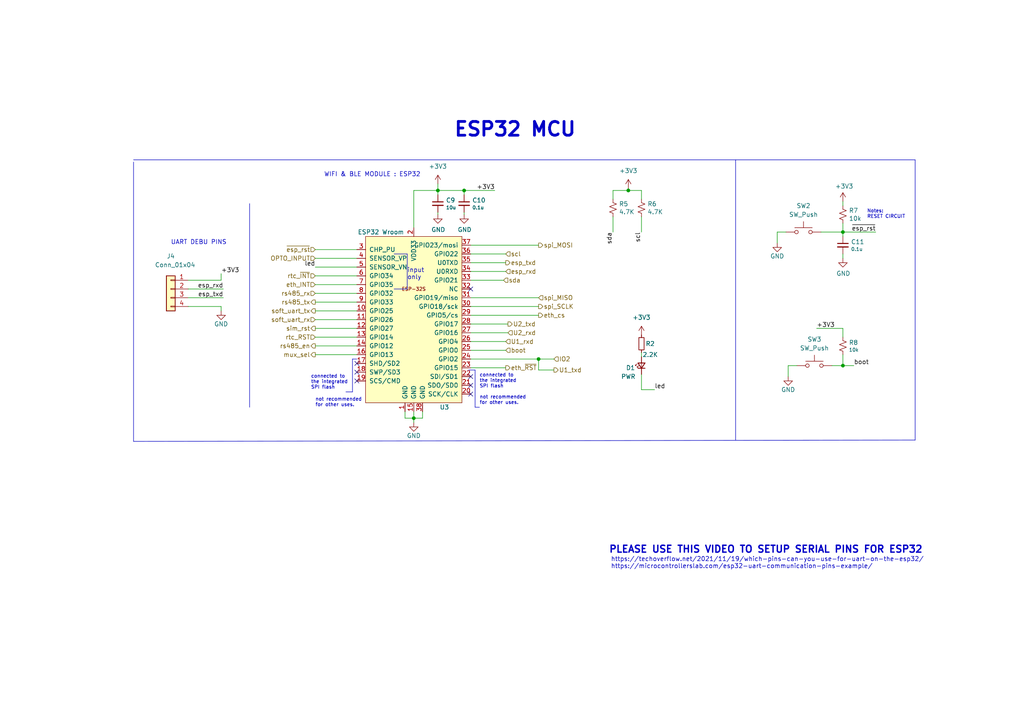
<source format=kicad_sch>
(kicad_sch (version 20230121) (generator eeschema)
  (paper "A4")
  (title_block (title "ELIESTAR") (date "2023-06-20") (rev "2.0") (company "GEVITON") (comment 2 "Reviewed By: Timoty Kyalo") (comment 3 "Designed By: Robert Mutura") (comment 4 "ELIESTAR"))
  (lib_symbols
    (symbol "Connector_Generic:Conn_01x04" (pin_names (offset 1.016) hide)
      (property "Reference" "J" (at 0 5.08 0))
      (property "Value" "Conn_01x04" (at 0 -7.62 0))
      (symbol "Conn_01x04_1_1"
        (rectangle (start -1.27 -4.953) (end 0 -5.207) (stroke (width 0.1524)))
        (rectangle (start -1.27 -2.413) (end 0 -2.667) (stroke (width 0.1524)))
        (rectangle (start -1.27 0.127) (end 0 -0.127) (stroke (width 0.1524)))
        (rectangle (start -1.27 2.667) (end 0 2.413) (stroke (width 0.1524)))
        (rectangle (start -1.27 3.81) (end 1.27 -6.35) (stroke (width 0.254)) (fill (type background)))
        (pin passive line (at -5.08 2.54 0) (length 3.81) (name "Pin_1") (number "1"))
        (pin passive line (at -5.08 0 0) (length 3.81) (name "Pin_2") (number "2"))
        (pin passive line (at -5.08 -2.54 0) (length 3.81) (name "Pin_3") (number "3"))
        (pin passive line (at -5.08 -5.08 0) (length 3.81) (name "Pin_4") (number "4"))
      )
    )
    (symbol "Device:C_Small" (pin_numbers hide) (pin_names (offset 0.254) hide)
      (property "Reference" "C" (at 0.254 1.778 0))
      (property "Value" "C_Small" (at 0.254 -2.032 0))
      (symbol "C_Small_0_1"
        (polyline (pts (xy -1.524 -0.508) (xy 1.524 -0.508)) (stroke (width 0.3302)))
        (polyline (pts (xy -1.524 0.508) (xy 1.524 0.508)) (stroke (width 0.3048)))
      )
      (symbol "C_Small_1_1"
        (pin passive line (at 0 2.54 270) (length 2.032) (name "~") (number "1"))
        (pin passive line (at 0 -2.54 90) (length 2.032) (name "~") (number "2"))
      )
    )
    (symbol "Device:LED_Small" (pin_numbers hide) (pin_names (offset 0.254) hide)
      (property "Reference" "D" (at -1.27 3.175 0))
      (property "Value" "LED_Small" (at -4.445 -2.54 0))
      (symbol "LED_Small_0_1"
        (polyline (pts (xy -0.762 -1.016) (xy -0.762 1.016)) (stroke (width 0.254)))
        (polyline (pts (xy 1.016 0) (xy -0.762 0)))
        (polyline (pts (xy 0.762 -1.016) (xy -0.762 0) (xy 0.762 1.016) (xy 0.762 -1.016)) (stroke (width 0.254)))
        (polyline (pts (xy 0 0.762) (xy -0.508 1.27) (xy -0.254 1.27) (xy -0.508 1.27) (xy -0.508 1.016)))
        (polyline (pts (xy 0.508 1.27) (xy 0 1.778) (xy 0.254 1.778) (xy 0 1.778) (xy 0 1.524)))
      )
      (symbol "LED_Small_1_1"
        (pin passive line (at -2.54 0 0) (length 1.778) (name "K") (number "1"))
        (pin passive line (at 2.54 0 180) (length 1.778) (name "A") (number "2"))
      )
    )
    (symbol "Device:R_Small" (pin_numbers hide) (pin_names (offset 0.254) hide)
      (property "Reference" "R" (at 0.762 0.508 0))
      (property "Value" "R_Small" (at 0.762 -1.016 0))
      (symbol "R_Small_0_1"
        (rectangle (start -0.762 1.778) (end 0.762 -1.778) (stroke (width 0.2032)))
      )
      (symbol "R_Small_1_1"
        (pin passive line (at 0 2.54 270) (length 0.762) (name "~") (number "1"))
        (pin passive line (at 0 -2.54 90) (length 0.762) (name "~") (number "2"))
      )
    )
    (symbol "Device:R_Small_US" (pin_numbers hide) (pin_names (offset 0.254) hide)
      (property "Reference" "R" (at 0.762 0.508 0))
      (property "Value" "R_Small_US" (at 0.762 -1.016 0))
      (symbol "R_Small_US_1_1"
        (polyline (pts (xy 0 0) (xy 1.016 -0.381) (xy 0 -0.762) (xy -1.016 -1.143) (xy 0 -1.524)))
        (polyline (pts (xy 0 1.524) (xy 1.016 1.143) (xy 0 0.762) (xy -1.016 0.381) (xy 0 0)))
        (pin passive line (at 0 2.54 270) (length 1.016) (name "~") (number "1"))
        (pin passive line (at 0 -2.54 90) (length 1.016) (name "~") (number "2"))
      )
    )
    (symbol "Switch:SW_Push" (pin_numbers hide) (pin_names (offset 1.016) hide)
      (property "Reference" "SW" (at 1.27 2.54 0))
      (property "Value" "SW_Push" (at 0 -1.524 0))
      (symbol "SW_Push_0_1"
        (circle (center -2.032 0) (radius 0.508))
        (polyline (pts (xy 0 1.27) (xy 0 3.048)))
        (polyline (pts (xy 2.54 1.27) (xy -2.54 1.27)))
        (circle (center 2.032 0) (radius 0.508))
        (pin passive line (at -5.08 0 0) (length 2.54) (name "1") (number "1"))
        (pin passive line (at 5.08 0 180) (length 2.54) (name "2") (number "2"))
      )
    )
    (symbol "fridgeduino-rescue:+3V3-power" (power) (pin_names (offset 0))
      (property "Value" "+3V3-power" (at 0 3.556 0))
      (symbol "+3V3-power_0_1"
        (polyline (pts (xy -0.762 1.27) (xy 0 2.54)))
        (polyline (pts (xy 0 0) (xy 0 2.54)))
        (polyline (pts (xy 0 2.54) (xy 0.762 1.27)))
      )
      (symbol "+3V3-power_1_1"
        (pin power_in line (at 0 0 90) (length 0) hide (name "+3V3") (number "1"))
      )
    )
    (symbol "fridgeduino-rescue:R_Small_US-Device" (pin_numbers hide) (pin_names (offset 0.254) hide)
      (property "Reference" "R" (at 0.762 0.508 0))
      (property "Value" "R_Small_US-Device" (at 0.762 -1.016 0))
      (symbol "R_Small_US-Device_1_1"
        (polyline (pts (xy 0 0) (xy 1.016 -0.381) (xy 0 -0.762) (xy -1.016 -1.143) (xy 0 -1.524)))
        (polyline (pts (xy 0 1.524) (xy 1.016 1.143) (xy 0 0.762) (xy -1.016 0.381) (xy 0 0)))
        (pin passive line (at 0 2.54 270) (length 1.016) (name "~") (number "1"))
        (pin passive line (at 0 -2.54 90) (length 1.016) (name "~") (number "2"))
      )
    )
    (symbol "power:+3V3" (power) (pin_names (offset 0))
      (property "Value" "+3V3" (at 0 3.556 0))
      (symbol "+3V3_0_1"
        (polyline (pts (xy -0.762 1.27) (xy 0 2.54)))
        (polyline (pts (xy 0 0) (xy 0 2.54)))
        (polyline (pts (xy 0 2.54) (xy 0.762 1.27)))
      )
      (symbol "+3V3_1_1"
        (pin power_in line (at 0 0 90) (length 0) hide (name "+3V3") (number "1"))
      )
    )
    (symbol "power:GND" (power) (pin_names (offset 0))
      (property "Value" "GND" (at 0 -3.81 0))
      (symbol "GND_0_1"
        (polyline (pts (xy 0 0) (xy 0 -1.27) (xy 1.27 -1.27) (xy 0 -2.54) (xy -1.27 -1.27) (xy 0 -1.27)))
      )
      (symbol "GND_1_1"
        (pin power_in line (at 0 0 270) (length 0) hide (name "GND") (number "1"))
      )
    )
    (symbol "usb_evda_hubX_v06-rescue:ESP-32S-GCL_Integrated-Circuits" (pin_names (offset 1.016))
      (property "Reference" "U" (at -10.16 16.51 0))
      (property "Value" "ESP-32S-GCL_Integrated-Circuits" (at -10.16 19.05 0))
      (symbol "ESP-32S-GCL_Integrated-Circuits_0_0"
        (text "ESP-32S" (at 0 0 0) (effects (font (size 0.9906 0.9906))))
      )
      (symbol "ESP-32S-GCL_Integrated-Circuits_0_1"
        (rectangle (start -13.97 15.24) (end 13.97 -33.02) (fill (type background)))
      )
      (symbol "ESP-32S-GCL_Integrated-Circuits_1_1"
        (pin input line (at -2.54 -35.56 90) (length 2.54) (name "GND") (number "1"))
        (pin input line (at -16.51 -6.35 0) (length 2.54) (name "GPIO25") (number "10"))
        (pin input line (at -16.51 -8.89 0) (length 2.54) (name "GPIO26") (number "11"))
        (pin input line (at -16.51 -11.43 0) (length 2.54) (name "GPIO27") (number "12"))
        (pin input line (at -16.51 -13.97 0) (length 2.54) (name "GPIO14") (number "13"))
        (pin input line (at -16.51 -16.51 0) (length 2.54) (name "GPIO12") (number "14"))
        (pin input line (at 0 -35.56 90) (length 2.54) (name "GND") (number "15"))
        (pin input line (at -16.51 -19.05 0) (length 2.54) (name "GPIO13") (number "16"))
        (pin input line (at -16.51 -21.59 0) (length 2.54) (name "SHD/SD2") (number "17"))
        (pin input line (at -16.51 -24.13 0) (length 2.54) (name "SWP/SD3") (number "18"))
        (pin input line (at -16.51 -26.67 0) (length 2.54) (name "SCS/CMD") (number "19"))
        (pin input line (at 0 17.78 270) (length 2.54) (name "VDD33") (number "2"))
        (pin input line (at 16.51 -30.48 180) (length 2.54) (name "SCK/CLK") (number "20"))
        (pin input line (at 16.51 -27.94 180) (length 2.54) (name "SDO/SD0") (number "21"))
        (pin input line (at 16.51 -25.4 180) (length 2.54) (name "SDI/SD1") (number "22"))
        (pin input line (at 16.51 -22.86 180) (length 2.54) (name "GPIO15") (number "23"))
        (pin input line (at 16.51 -20.32 180) (length 2.54) (name "GPIO2") (number "24"))
        (pin input line (at 16.51 -17.78 180) (length 2.54) (name "GPIO0") (number "25"))
        (pin input line (at 16.51 -15.24 180) (length 2.54) (name "GPIO4") (number "26"))
        (pin input line (at 16.51 -12.7 180) (length 2.54) (name "GPIO16") (number "27"))
        (pin input line (at 16.51 -10.16 180) (length 2.54) (name "GPIO17") (number "28"))
        (pin input line (at 16.51 -7.62 180) (length 2.54) (name "GPIO5/cs") (number "29"))
        (pin input line (at -16.51 11.43 0) (length 2.54) (name "CHP_PU") (number "3"))
        (pin input line (at 16.51 -5.08 180) (length 2.54) (name "GPIO18/sck") (number "30"))
        (pin input line (at 16.51 -2.54 180) (length 2.54) (name "GPIO19/miso") (number "31"))
        (pin input line (at 16.51 0 180) (length 2.54) (name "NC") (number "32"))
        (pin input line (at 16.51 2.54 180) (length 2.54) (name "GPIO21") (number "33"))
        (pin input line (at 16.51 5.08 180) (length 2.54) (name "U0RXD") (number "34"))
        (pin input line (at 16.51 7.62 180) (length 2.54) (name "U0TXD") (number "35"))
        (pin input line (at 16.51 10.16 180) (length 2.54) (name "GPIO22") (number "36"))
        (pin input line (at 16.51 12.7 180) (length 2.54) (name "GPIO23/mosi") (number "37"))
        (pin input line (at 2.54 -35.56 90) (length 2.54) (name "GND") (number "38"))
        (pin input line (at 2.54 -35.56 90) (length 2.54) hide (name "GND") (number "39"))
        (pin input line (at -16.51 8.89 0) (length 2.54) (name "SENSOR_VP") (number "4"))
        (pin input line (at -16.51 6.35 0) (length 2.54) (name "SENSOR_VN") (number "5"))
        (pin input line (at -16.51 3.81 0) (length 2.54) (name "GPIO34") (number "6"))
        (pin input line (at -16.51 1.27 0) (length 2.54) (name "GPIO35") (number "7"))
        (pin input line (at -16.51 -1.27 0) (length 2.54) (name "GPIO32") (number "8"))
        (pin input line (at -16.51 -3.81 0) (length 2.54) (name "GPIO33") (number "9"))
      )
    )
  )
  (junction (at 182.245 55.245))
  (junction (at 134.62 55.245))
  (junction (at 244.475 106.045))
  (junction (at 120.015 121.285))
  (junction (at 156.21 104.14))
  (junction (at 127 55.245))
  (junction (at 244.475 67.31))
  (no_connect (at 103.505 105.41))
  (no_connect (at 136.525 111.76))
  (no_connect (at 103.505 107.95))
  (no_connect (at 136.525 109.22))
  (no_connect (at 103.505 110.49))
  (no_connect (at 136.525 83.82))
  (no_connect (at 136.525 114.3))
  (wire (pts (xy 120.015 121.285) (xy 122.555 121.285)))
  (wire (pts (xy 136.525 99.06) (xy 146.685 99.06)))
  (wire (pts (xy 156.21 104.14) (xy 156.21 107.315)))
  (wire (pts (xy 136.525 101.6) (xy 146.685 101.6)))
  (wire (pts (xy 91.44 92.71) (xy 103.505 92.71)))
  (wire (pts (xy 91.44 74.93) (xy 103.505 74.93)))
  (wire (pts (xy 91.44 95.25) (xy 103.505 95.25)))
  (wire (pts (xy 136.525 88.9) (xy 156.21 88.9)))
  (wire (pts (xy 228.6 106.045) (xy 228.6 109.22)))
  (wire (pts (xy 244.475 74.93) (xy 244.475 73.66)))
  (polyline (pts (xy 265.43 127.635) (xy 265.43 46.355)))
  (wire (pts (xy 136.525 78.74) (xy 146.685 78.74)))
  (wire (pts (xy 120.015 66.04) (xy 120.015 55.245)))
  (wire (pts (xy 64.135 90.17) (xy 64.135 88.9)))
  (wire (pts (xy 120.015 55.245) (xy 127 55.245)))
  (polyline (pts (xy 38.735 46.99) (xy 38.735 128.016)))
  (polyline (pts (xy 137.795 118.11) (xy 139.065 118.11)))
  (wire (pts (xy 136.525 76.2) (xy 146.685 76.2)))
  (wire (pts (xy 177.8 67.31) (xy 177.8 62.865)))
  (wire (pts (xy 122.555 119.38) (xy 122.555 121.285)))
  (wire (pts (xy 54.61 86.36) (xy 64.77 86.36)))
  (polyline (pts (xy 103.505 104.14) (xy 102.235 104.14)))
  (polyline (pts (xy 100.33 113.665) (xy 102.235 113.665)))
  (polyline (pts (xy 265.43 46.355) (xy 38.735 46.355)))
  (polyline (pts (xy 135.89 107.315) (xy 137.795 107.315)))
  (wire (pts (xy 91.44 80.01) (xy 103.505 80.01)))
  (wire (pts (xy 136.525 71.12) (xy 156.21 71.12)))
  (wire (pts (xy 227.965 67.31) (xy 225.425 67.31)))
  (wire (pts (xy 244.475 67.31) (xy 254 67.31)))
  (wire (pts (xy 127 55.245) (xy 134.62 55.245)))
  (wire (pts (xy 91.44 90.17) (xy 103.505 90.17)))
  (wire (pts (xy 186.055 67.31) (xy 186.055 62.865)))
  (wire (pts (xy 54.61 83.82) (xy 64.77 83.82)))
  (wire (pts (xy 236.855 95.25) (xy 244.475 95.25)))
  (wire (pts (xy 186.055 108.585) (xy 186.055 113.03)))
  (wire (pts (xy 136.525 86.36) (xy 156.21 86.36)))
  (wire (pts (xy 127 55.245) (xy 127 56.515)))
  (wire (pts (xy 136.525 106.68) (xy 146.685 106.68)))
  (wire (pts (xy 103.505 72.39) (xy 91.44 72.39)))
  (wire (pts (xy 186.055 57.785) (xy 186.055 55.245)))
  (wire (pts (xy 136.525 96.52) (xy 147.32 96.52)))
  (wire (pts (xy 117.475 119.38) (xy 117.475 121.285)))
  (wire (pts (xy 244.475 64.77) (xy 244.475 67.31)))
  (wire (pts (xy 244.475 102.87) (xy 244.475 106.045)))
  (polyline (pts (xy 102.235 104.14) (xy 102.235 113.665)))
  (wire (pts (xy 244.475 95.25) (xy 244.475 97.79)))
  (wire (pts (xy 177.8 55.245) (xy 177.8 57.785)))
  (wire (pts (xy 136.525 104.14) (xy 156.21 104.14)))
  (wire (pts (xy 231.14 106.045) (xy 228.6 106.045)))
  (wire (pts (xy 127 53.34) (xy 127 55.245)))
  (wire (pts (xy 91.44 85.09) (xy 103.505 85.09)))
  (polyline (pts (xy 213.36 46.355) (xy 213.36 127.635)))
  (wire (pts (xy 64.135 88.9) (xy 54.61 88.9)))
  (wire (pts (xy 91.44 97.79) (xy 103.505 97.79)))
  (wire (pts (xy 136.525 73.66) (xy 146.685 73.66)))
  (polyline (pts (xy 137.795 107.315) (xy 137.795 118.11)))
  (wire (pts (xy 244.475 68.58) (xy 244.475 67.31)))
  (wire (pts (xy 91.44 100.33) (xy 103.505 100.33)))
  (wire (pts (xy 134.62 55.245) (xy 134.62 56.515)))
  (wire (pts (xy 54.61 81.28) (xy 64.135 81.28)))
  (wire (pts (xy 241.3 106.045) (xy 244.475 106.045)))
  (wire (pts (xy 186.055 113.03) (xy 189.865 113.03)))
  (wire (pts (xy 117.475 121.285) (xy 120.015 121.285)))
  (wire (pts (xy 156.21 104.14) (xy 160.655 104.14)))
  (wire (pts (xy 91.44 102.87) (xy 103.505 102.87)))
  (wire (pts (xy 238.125 67.31) (xy 244.475 67.31)))
  (wire (pts (xy 120.015 119.38) (xy 120.015 121.285)))
  (wire (pts (xy 91.44 77.47) (xy 103.505 77.47)))
  (wire (pts (xy 136.525 93.98) (xy 147.32 93.98)))
  (polyline (pts (xy 118.11 73.66) (xy 118.11 83.82)))
  (wire (pts (xy 156.21 107.315) (xy 160.655 107.315)))
  (polyline (pts (xy 72.39 59.055) (xy 72.39 118.11)))
  (wire (pts (xy 120.015 121.285) (xy 120.015 122.555)))
  (wire (pts (xy 134.62 55.245) (xy 143.51 55.245)))
  (polyline (pts (xy 114.3 83.82) (xy 118.11 83.82)))
  (wire (pts (xy 136.525 91.44) (xy 156.21 91.44)))
  (polyline (pts (xy 38.735 128.016) (xy 265.43 127.635)))
  (wire (pts (xy 127 62.23) (xy 127 61.595)))
  (wire (pts (xy 186.055 55.245) (xy 182.245 55.245)))
  (wire (pts (xy 182.245 54.61) (xy 182.245 55.245)))
  (polyline (pts (xy 114.3 73.66) (xy 118.11 73.66)))
  (wire (pts (xy 91.44 82.55) (xy 103.505 82.55)))
  (wire (pts (xy 244.475 59.69) (xy 244.475 58.42)))
  (wire (pts (xy 244.475 106.045) (xy 247.65 106.045)))
  (wire (pts (xy 186.055 102.235) (xy 186.055 103.505)))
  (wire (pts (xy 64.135 79.375) (xy 64.135 81.28)))
  (wire (pts (xy 225.425 67.31) (xy 225.425 70.485)))
  (wire (pts (xy 136.525 81.28) (xy 146.05 81.28)))
  (wire (pts (xy 91.44 87.63) (xy 103.505 87.63)))
  (wire (pts (xy 182.245 55.245) (xy 177.8 55.245)))
  (wire (pts (xy 134.62 61.595) (xy 134.62 62.23)))
  (text "connected to \nthe integrated\nSPI flash" (at 90.17 113.03 0) (effects (font (size 0.9906 0.9906)) (justify left bottom)))
  (text "connected to \nthe integrated \nSPI flash \n\nnot recommended \nfor other uses." (at 139.065 117.475 0) (effects (font (size 0.9906 0.9906)) (justify left bottom)))
  (text "Notes:\nRESET CIRCUIT" (at 251.46 63.5 0) (effects (font (size 0.9906 0.9906)) (justify left bottom)))
  (text "WIFI & BLE MODULE : ESP32" (at 93.98 51.435 0) (effects (font (size 1.27 1.27)) (justify left bottom)))
  (text "not recommended \nfor other uses.\n" (at 91.44 118.11 0) (effects (font (size 0.9906 0.9906)) (justify left bottom)))
  (text "UART DEBU PINS" (at 49.53 71.12 0) (effects (font (size 1.27 1.27)) (justify left bottom)))
  (text "input\nonly" (at 118.11 81.28 0) (effects (font (size 1.27 1.27)) (justify left bottom)))
  (text "https://techoverflow.net/2021/11/19/which-pins-can-you-use-for-uart-on-the-esp32/\nhttps://microcontrollerslab.com/esp32-uart-communication-pins-example/" (at 177.165 165.1 0) (effects (font (size 1.27 1.27)) (justify left bottom)))
  (text "ESP32 MCU " (at 131.445 40.005 0) (effects (font (size 4 4) bold) (justify left bottom)))
  (text "PLEASE USE THIS VIDEO TO SETUP SERIAL PINS FOR ESP32" (at 176.53 160.655 0) (effects (font (size 2 2) (thickness 0.4) bold) (justify left bottom)))
  (label "led" (at 91.44 77.47 180))
  (label "+3V3" (at 236.855 95.25 0))
  (label "+3V3" (at 143.51 55.245 180))
  (label "scl" (at 186.055 67.31 270))
  (label "led" (at 189.865 113.03 0))
  (label "+3V3" (at 64.135 79.375 0))
  (label "sda" (at 177.8 67.31 270))
  (label "esp_txd" (at 64.77 86.36 180))
  (label "esp_rxd" (at 64.77 83.82 180))
  (label "~{esp_rst}" (at 254 67.31 180))
  (label "boot" (at 247.65 106.045 0))
  (hierarchical_label "U1_rxd" (shape input) (at 146.685 99.06 0))
  (hierarchical_label "OPTO_INPUT" (shape input) (at 91.44 74.93 180))
  (hierarchical_label "spi_MOSI" (shape output) (at 156.21 71.12 0))
  (hierarchical_label "U2_txd" (shape output) (at 147.32 93.98 0))
  (hierarchical_label "scl" (shape input) (at 146.685 73.66 0))
  (hierarchical_label "rtc_~{INT}" (shape input) (at 91.44 80.01 180))
  (hierarchical_label "IO2" (shape input) (at 160.655 104.14 0))
  (hierarchical_label "sim_rst" (shape output) (at 91.44 95.25 180))
  (hierarchical_label "sda" (shape input) (at 146.05 81.28 0))
  (hierarchical_label "eth_INT" (shape input) (at 91.44 82.55 180))
  (hierarchical_label "U1_txd" (shape output) (at 160.655 107.315 0))
  (hierarchical_label "rs485_tx" (shape output) (at 91.44 87.63 180))
  (hierarchical_label "soft_uart_rx" (shape input) (at 91.44 92.71 180))
  (hierarchical_label "U2_rxd" (shape input) (at 147.32 96.52 0))
  (hierarchical_label "spi_MISO" (shape input) (at 156.21 86.36 0))
  (hierarchical_label "esp_rxd" (shape input) (at 146.685 78.74 0))
  (hierarchical_label "eth_~{RST}" (shape output) (at 146.685 106.68 0))
  (hierarchical_label "soft_uart_tx" (shape output) (at 91.44 90.17 180))
  (hierarchical_label "mux_sel" (shape output) (at 91.44 102.87 180))
  (hierarchical_label "rs485_en" (shape output) (at 91.44 100.33 180))
  (hierarchical_label "eth_cs" (shape output) (at 156.21 91.44 0))
  (hierarchical_label "~{esp_rst}" (shape input) (at 91.44 72.39 180))
  (hierarchical_label "esp_txd" (shape output) (at 146.685 76.2 0))
  (hierarchical_label "boot" (shape input) (at 146.685 101.6 0))
  (hierarchical_label "spi_SCLK" (shape output) (at 156.21 88.9 0))
  (hierarchical_label "rtc_RST" (shape input) (at 91.44 97.79 180))
  (hierarchical_label "rs485_rx" (shape input) (at 91.44 85.09 180))
  (symbol (lib_id "Device:C_Small") (at 244.475 71.12 0) (unit 1)
    (property "Reference" "C11" (at 246.8118 70.1548 0) (effects (justify left)))
    (property "Value" "0.1u" (at 246.8118 72.263 0) (effects (font (size 0.9906 0.9906)) (justify left)))
    (property "Footprint" "Capacitor_SMD:C_0402_1005Metric" (effects hide))
  )
  (symbol (lib_id "power:GND") (at 134.62 62.23 0) (unit 1)
    (property "Reference" "#PWR018" (effects hide))
    (property "Value" "GND" (at 134.747 66.6242 0))
  )
  (symbol (lib_id "Connector_Generic:Conn_01x04") (at 49.53 83.82 0) (mirror y) (unit 1)
    (property "Reference" "J4" (at 49.53 74.295 0))
    (property "Value" "Conn_01x04" (at 50.8 76.835 0))
    (property "Footprint" "Connector_PinHeader_2.54mm:PinHeader_1x04_P2.54mm_Vertical" (effects hide))
  )
  (symbol (lib_id "power:GND") (at 225.425 70.485 0) (unit 1)
    (property "Reference" "#PWR021" (effects hide))
    (property "Value" "GND" (at 225.425 74.295 0))
  )
  (symbol (lib_id "power:+3V3") (at 127 53.34 0) (unit 1)
    (property "Reference" "#PWR016" (effects hide))
    (property "Value" "+3V3" (at 127 48.26 0))
  )
  (symbol (lib_id "power:GND") (at 127 62.23 0) (unit 1)
    (property "Reference" "#PWR017" (effects hide))
    (property "Value" "GND" (at 127.127 66.6242 0))
  )
  (symbol (lib_id "Device:R_Small_US") (at 244.475 100.33 0) (unit 1)
    (property "Reference" "R8" (at 246.2022 99.3648 0) (effects (justify left)))
    (property "Value" "10k" (at 246.2022 101.473 0) (effects (font (size 0.9906 0.9906)) (justify left)))
    (property "Footprint" "Resistor_SMD:R_0402_1005Metric" (effects hide))
  )
  (symbol (lib_id "power:GND") (at 244.475 74.93 0) (unit 1)
    (property "Reference" "#PWR024" (effects hide))
    (property "Value" "GND" (at 244.602 79.3242 0))
  )
  (symbol (lib_id "power:GND") (at 228.6 109.22 0) (unit 1)
    (property "Reference" "#PWR022" (effects hide))
    (property "Value" "GND" (at 228.6 113.03 0))
  )
  (symbol (lib_id "power:+3V3") (at 182.245 54.61 0) (unit 1)
    (property "Reference" "#PWR019" (effects hide))
    (property "Value" "+3V3" (at 182.245 49.53 0))
  )
  (symbol (lib_id "fridgeduino-rescue:R_Small_US-Device") (at 177.8 60.325 0) (unit 1)
    (property "Reference" "R5" (at 179.5272 59.1566 0) (effects (justify left)))
    (property "Value" "4.7K" (at 179.5272 61.468 0) (effects (justify left)))
    (property "Footprint" "Resistor_SMD:R_0402_1005Metric" (effects hide))
  )
  (symbol (lib_id "Device:C_Small") (at 134.62 59.055 0) (unit 1)
    (property "Reference" "C10" (at 136.9568 58.0898 0) (effects (justify left)))
    (property "Value" "0.1u" (at 136.9568 60.198 0) (effects (font (size 0.9906 0.9906)) (justify left)))
    (property "Footprint" "Capacitor_SMD:C_0402_1005Metric" (effects hide))
  )
  (symbol (lib_id "Switch:SW_Push") (at 233.045 67.31 0) (unit 1)
    (property "Reference" "SW2" (at 233.045 59.69 0))
    (property "Value" "SW_Push" (at 233.045 62.23 0))
    (property "Footprint" "greencharge-footprints:tactile_sw_angled_1TS003B-1400-3500A-CT" (effects hide))
  )
  (symbol (lib_id "power:GND") (at 120.015 122.555 0) (unit 1)
    (property "Reference" "#PWR015" (effects hide))
    (property "Value" "GND" (at 120.015 126.365 0))
  )
  (symbol (lib_id "power:+3V3") (at 186.055 97.155 0) (unit 1)
    (property "Reference" "#PWR0138" (effects hide))
    (property "Value" "+3V3" (at 186.055 92.075 0))
  )
  (symbol (lib_id "Switch:SW_Push") (at 236.22 106.045 0) (unit 1)
    (property "Reference" "SW3" (at 236.22 98.425 0))
    (property "Value" "SW_Push" (at 236.22 100.965 0))
    (property "Footprint" "greencharge-footprints:tactile_sw_angled_1TS003B-1400-3500A-CT" (effects hide))
  )
  (symbol (lib_id "usb_evda_hubX_v06-rescue:ESP-32S-GCL_Integrated-Circuits") (at 120.015 83.82 0) (unit 1)
    (property "Reference" "U3" (at 128.905 118.11 0))
    (property "Value" "ESP32 Wroom" (at 110.49 67.31 0))
    (property "Footprint" "digikey-footprints:ESP32-WROOM-32D" (effects hide))
  )
  (symbol (lib_id "fridgeduino-rescue:R_Small_US-Device") (at 244.475 62.23 0) (unit 1)
    (property "Reference" "R7" (at 246.2022 61.0616 0) (effects (justify left)))
    (property "Value" "10k" (at 246.2022 63.373 0) (effects (justify left)))
    (property "Footprint" "Resistor_SMD:R_0402_1005Metric" (effects hide))
  )
  (symbol (lib_id "fridgeduino-rescue:R_Small_US-Device") (at 186.055 60.325 0) (unit 1)
    (property "Reference" "R6" (at 187.7822 59.1566 0) (effects (justify left)))
    (property "Value" "4.7K" (at 187.7822 61.468 0) (effects (justify left)))
    (property "Footprint" "Resistor_SMD:R_0402_1005Metric" (effects hide))
  )
  (symbol (lib_id "Device:R_Small") (at 186.055 99.695 0) (unit 1)
    (property "Reference" "R2" (at 188.595 99.695 0))
    (property "Value" "2.2K" (at 188.595 102.87 0))
    (property "Footprint" "Resistor_SMD:R_0402_1005Metric" (effects hide))
    (instances (project "ELIESTER_V2" (path "" (reference "R2") (unit 1)) (path "" (reference "R27") (unit 1))))
  )
  (symbol (lib_id "fridgeduino-rescue:+3V3-power") (at 244.475 58.42 0) (unit 1)
    (property "Reference" "#PWR023" (effects hide))
    (property "Value" "+3V3" (at 244.856 54.0258 0))
  )
  (symbol (lib_id "Device:C_Small") (at 127 59.055 0) (unit 1)
    (property "Reference" "C9" (at 129.3368 58.0898 0) (effects (justify left)))
    (property "Value" "10u" (at 129.3368 60.198 0) (effects (font (size 0.9906 0.9906)) (justify left)))
    (property "Footprint" "Capacitor_SMD:C_0402_1005Metric" (effects hide))
  )
  (symbol (lib_id "Device:LED_Small") (at 186.055 106.045 90) (unit 1)
    (property "Reference" "D1" (at 182.88 106.68 90))
    (property "Value" "PWR" (at 182.245 109.22 90))
    (property "Footprint" "LED_SMD:LED_0603_1608Metric" (effects hide))
    (instances (project "ELIESTER_V2" (path "" (reference "D1") (unit 1)) (path "" (reference "D11") (unit 1))))
  )
  (symbol (lib_id "power:GND") (at 64.135 90.17 0) (unit 1)
    (property "Reference" "#PWR014" (effects hide))
    (property "Value" "GND" (at 64.135 93.98 0))
  )
)
</source>
